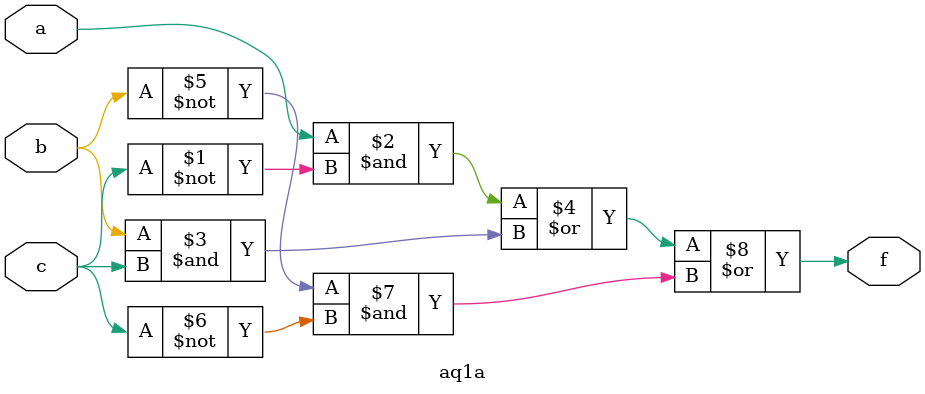
<source format=v>
module aq1a(a, b, c, f);
	input a, b, c;
	output f;
	assign f= ((a&(~c))|(b&c)|((~b)&(~c)));
endmodule
</source>
